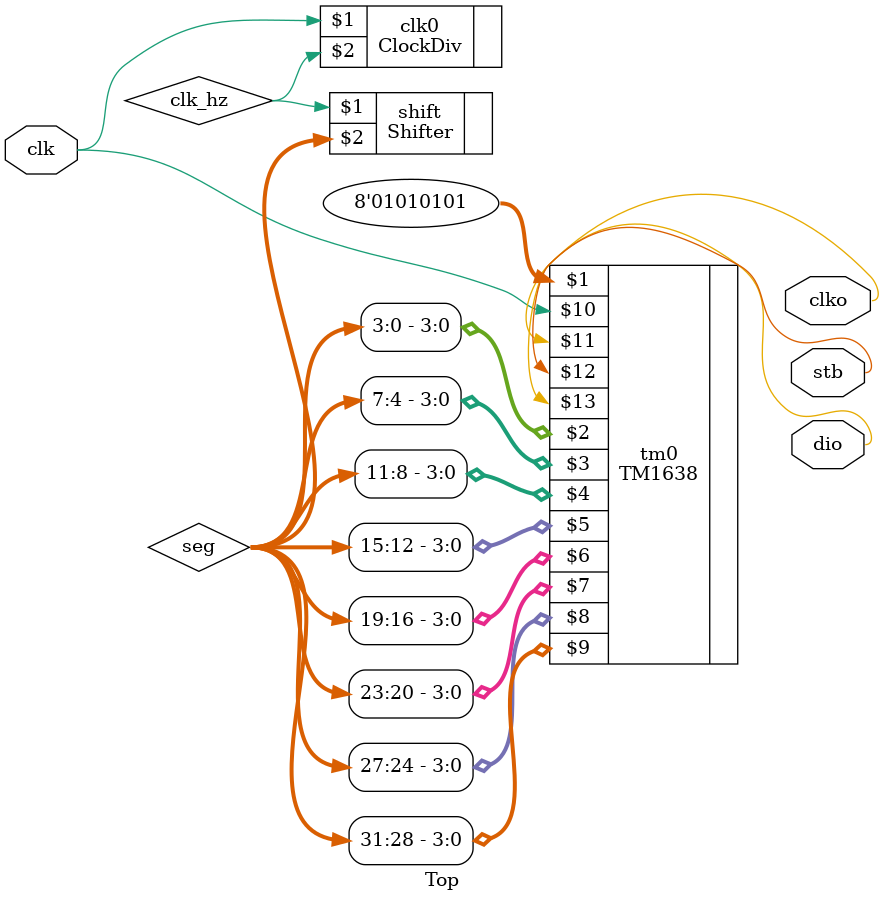
<source format=v>
`timescale 1ns / 1ps
module Top(
input wire clk,
output wire clko, stb, dio
    );
	
wire clk_hz;
wire [31:0]seg;

ClockDiv clk0(clk, clk_hz);
Shifter shift(clk_hz, seg);




TM1638 tm0(
    8'b01010101,  
	 seg[3:0],seg[7:4],seg[11:8],seg[15:12],seg[19:16],seg[23:20],seg[27:24],seg[31:28],
	 
	 clk,
    clko,
    stb,
    dio
    );
endmodule

</source>
